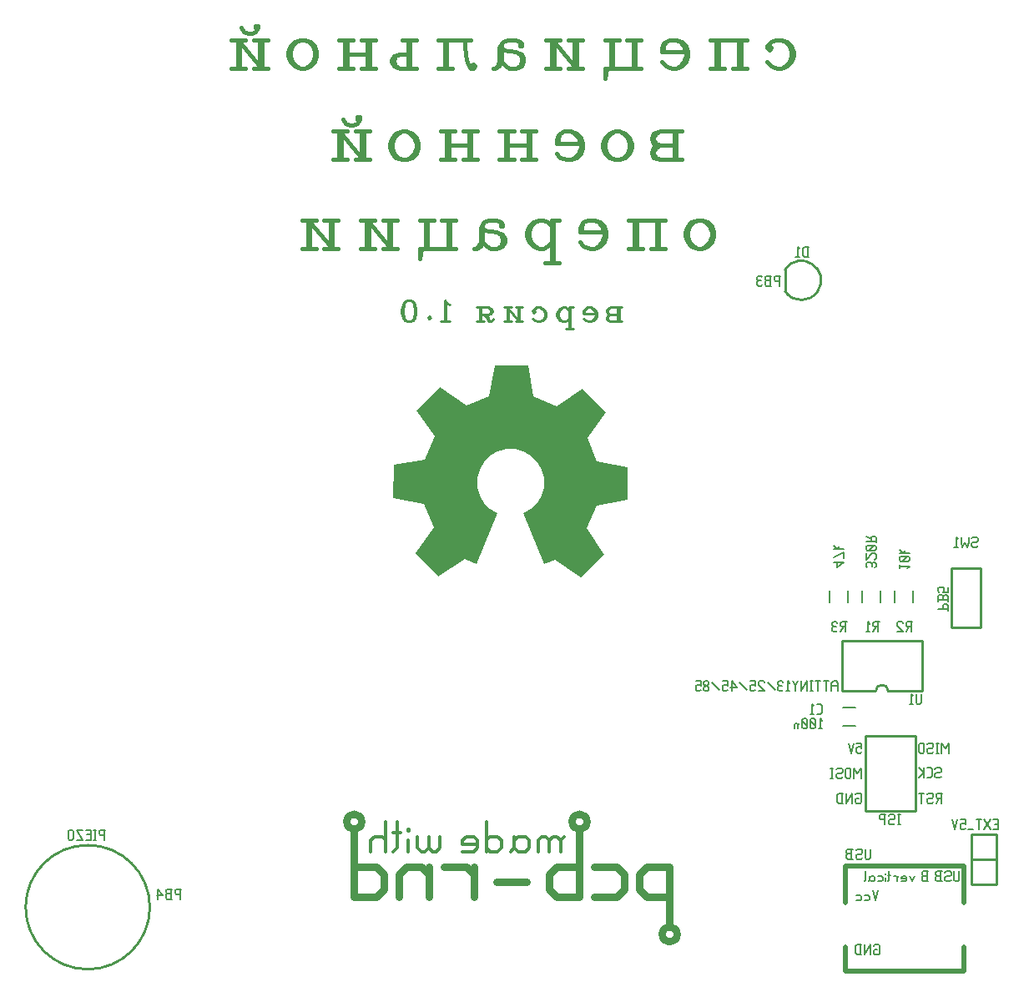
<source format=gbo>
G04 start of page 2 for group 12 layer_idx 7 *
G04 Title: (unknown), bottom_silk *
G04 Creator: pcb-rnd 3.1.4-dev *
G04 CreationDate: 2024-02-06 06:50:57 UTC *
G04 For: STEM4ukraine *
G04 Format: Gerber/RS-274X *
G04 PCB-Dimensions: 393701 393701 *
G04 PCB-Coordinate-Origin: lower left *
%MOIN*%
%FSLAX25Y25*%
%LNBOTTOM_SILK_NONE_12*%
%ADD71C,0.0150*%
%ADD70C,0.0120*%
%ADD69C,0.0070*%
%ADD68C,0.0088*%
%ADD67C,0.0175*%
%ADD66C,0.0080*%
%ADD65C,0.0100*%
%ADD64C,0.0200*%
%ADD63C,0.0300*%
%ADD62C,0.0001*%
G54D62*G36*
X201972Y184486D02*X204998Y186232D01*
X207468Y188703D01*
X209215Y191729D01*
X210119Y195103D01*
Y198597D01*
X209215Y201972D01*
X207468Y204998D01*
X204998Y207468D01*
X201972Y209215D01*
X198597Y210119D01*
X195103D01*
X191729Y209215D01*
X188703Y207468D01*
X186232Y204998D01*
X184486Y201972D01*
X183581Y198597D01*
Y195103D01*
X184486Y191729D01*
X186232Y188703D01*
X188703Y186232D01*
X191729Y184486D01*
X183380Y164331D01*
X178562Y166413D01*
X168073Y159347D01*
X158850Y168732D01*
X166099Y179096D01*
X162396Y188260D01*
X149983Y190680D01*
X150098Y203838D01*
X162551Y206041D01*
X166413Y215139D01*
X159347Y225628D01*
X168732Y234850D01*
X179096Y227602D01*
X188260Y231305D01*
X190680Y243718D01*
X203838Y243603D01*
X206041Y231150D01*
X215139Y227288D01*
X225628Y234354D01*
X234850Y224969D01*
X227602Y214605D01*
X231305Y205441D01*
X243718Y203021D01*
X243603Y189863D01*
X231150Y187660D01*
X227288Y178562D01*
X234354Y168073D01*
X224969Y158850D01*
X214605Y166099D01*
X210320Y164331D01*
X201972Y184486D01*
G37*
G54D63*X146409Y34307D02*X143409Y31307D01*
X146409Y40307D02*X143409Y43307D01*
X134409D02*X143409D01*
X134409Y31307D02*Y58307D01*
X143409Y31307D02*X134409D01*
X146409Y40307D02*Y34307D01*
G54D64*X330551Y43504D02*X377953D01*
X330551D02*Y29016D01*
Y11142D02*Y1772D01*
G54D65*X390827Y56181D02*Y36181D01*
Y56181D02*X380827D01*
Y36181D02*X390827D01*
X380827D02*Y56181D01*
X390827Y46181D02*X380827D01*
Y56181D02*Y46181D01*
G54D63*X152409Y40307D02*X155409Y43307D01*
X152409Y40307D02*Y31307D01*
X179409Y43307D02*X170409D01*
X182409Y40307D02*X179409Y43307D01*
X182409D02*Y31307D01*
X212409Y34307D02*X215409Y31307D01*
Y43307D02*X212409Y40307D01*
Y34307D02*Y40307D01*
X203409Y37307D02*X191409D01*
X251409Y31307D02*X248409Y34307D01*
X251409Y43307D02*X248409Y40307D01*
X242409Y34307D02*X239409Y31307D01*
X242409Y40307D02*X239409Y43307D01*
X242409Y40307D02*Y34307D01*
X248409Y40307D02*Y34307D01*
X260409Y43307D02*Y19307D01*
X215409Y43307D02*X224409D01*
X239409D02*X230409D01*
X260409D02*X251409D01*
X224409Y31307D02*X215409D01*
X239409D02*X230409D01*
X251409D02*X260409D01*
X224409Y58307D02*Y31307D01*
X161409Y43307D02*X155409D01*
X164409Y40307D02*X161409Y43307D01*
X164409D02*Y31307D01*
G54D65*X358504Y95709D02*Y65709D01*
Y95709D02*X338504D01*
Y65709D02*X358504D01*
X338504D02*Y95709D01*
G54D64*X377953Y43504D02*Y29016D01*
Y1772D02*X330551D01*
X377953Y11142D02*Y1772D01*
G54D65*X329177Y113484D02*Y133484D01*
G54D66*X334449Y107086D02*X329725D01*
X334449Y99606D02*X329725D01*
G54D65*X306480Y281900D02*Y273218D01*
G54D66*X344685Y148819D02*Y153543D01*
X337205Y148819D02*Y153543D01*
X324213D02*Y148819D01*
X331693Y153543D02*Y148819D01*
G54D65*X361177Y133484D02*X329177D01*
G54D66*X357677Y148819D02*Y153543D01*
X350197Y148819D02*Y153543D01*
G54D65*X384646Y138976D02*Y162598D01*
X372835Y138976D02*Y162598D01*
X384646D02*X372835D01*
X384646Y138976D02*X372835D01*
X361177Y133484D02*Y113484D01*
X329177D02*X342677D01*
X347677D02*X361177D01*
X52756Y27165D02*G75*G02X3150Y27165I-24803J0D01*G01*
G75*G02X52756Y27165I24803J0D01*G01*
X342677Y113484D02*G75*G02X347677Y113484I2500J0D01*G01*
X306480Y281900D02*G75*G02X319504Y273218I6512J-4341D01*G01*
X319504Y273218D02*G75*G02X306480Y273218I-6512J4341D01*G01*
G54D63*X137409Y61307D02*G75*G02X131409Y61307I-3000J0D01*G01*
G75*G02X137409Y61307I3000J0D01*G01*
X227409D02*G75*G02X221409Y61307I-3000J0D01*G01*
G75*G02X227409Y61307I3000J0D01*G01*
X263409Y16307D02*G75*G02X257409Y16307I-3000J0D01*G01*
G75*G02X263409Y16307I3000J0D01*G01*
G54D67*X300118Y371327D02*X300928Y370517D01*
X300118Y369707D01*
X299308Y370517D01*
Y371327D01*
X300928Y372947D01*
X302548Y373757D01*
X304978D01*
X307408Y372947D01*
X309028Y371327D01*
X309843Y368897D01*
Y367277D01*
X309028Y364847D01*
X307408Y363222D01*
X304978Y362412D01*
X303358D01*
X300928Y363222D01*
X299308Y364847D01*
X304978Y373757D02*X306598Y372947D01*
X308218Y371327D01*
X309028Y368897D01*
Y367277D01*
X308218Y364847D01*
X306598Y363222D01*
X304978Y362412D01*
X288768Y373757D02*Y362412D01*
X287958Y373757D02*Y362412D01*
X279858Y373757D02*Y362412D01*
X279048Y373757D02*Y362412D01*
X291202Y373757D02*X276612D01*
X291202Y362412D02*X285528D01*
X282288D02*X276612D01*
X266882Y368897D02*X257162D01*
Y370517D01*
X257972Y372137D01*
X258782Y372947D01*
X260402Y373757D01*
X262832D01*
X265262Y372947D01*
X266882Y371327D01*
X267697Y368897D01*
Y367277D01*
X266882Y364847D01*
X265262Y363222D01*
X262832Y362412D01*
X261212D01*
X258782Y363222D01*
X257162Y364847D01*
X257972Y368897D02*Y371327D01*
X258782Y372947D01*
X262832Y373757D02*X264452Y372947D01*
X266072Y371327D01*
X266882Y368897D01*
Y367277D01*
X266072Y364847D01*
X264452Y363222D01*
X262832Y362412D01*
X246622Y373757D02*Y362412D01*
X245812Y373757D02*Y362412D01*
X237712Y373757D02*Y362412D01*
X236902Y373757D02*Y362412D01*
X249057Y373757D02*X243382D01*
X240142D02*X234467D01*
X249057Y362412D02*X234467D01*
Y358357D01*
X235277Y362412D01*
X223117Y373757D02*Y362412D01*
X222307Y373757D02*Y362412D01*
X214207Y373757D02*Y362412D01*
X213397Y373757D02*Y362412D01*
X225552Y373757D02*X219877D01*
X216637D02*X210962D01*
X225552Y362412D02*X219877D01*
X216637D02*X210962D01*
X214207Y372947D02*X222307Y363222D01*
X200427Y372137D02*Y371327D01*
X201237D01*
Y372137D01*
X200427Y372947D01*
X198807Y373757D01*
X195567D01*
X193947Y372947D01*
X193137Y372137D01*
X192327Y370517D01*
Y364847D01*
X191512Y363222D01*
X190702Y362412D01*
X193137Y372137D02*Y364847D01*
X192327Y363222D01*
X190702Y362412D01*
X189892D01*
X193137Y370517D02*X193947Y369707D01*
X198807Y368897D01*
X201237Y368087D01*
X202047Y366467D01*
Y364847D01*
X201237Y363222D01*
X198807Y362412D01*
X196377D01*
X194757Y363222D01*
X193137Y364847D01*
X198807Y368897D02*X200427Y368087D01*
X201237Y366467D01*
Y364847D01*
X200427Y363222D01*
X198807Y362412D01*
X178542Y373757D02*Y370517D01*
X179352Y365657D01*
X180162Y363222D01*
X180977Y362412D01*
X181787D01*
X182597Y363222D01*
X181787Y364032D01*
X180977Y363222D01*
X171252Y373757D02*Y362412D01*
X170442Y373757D02*Y362412D01*
X180977Y373757D02*X168007D01*
X173682Y362412D02*X168007D01*
X156662Y373757D02*Y362412D01*
X155852Y373757D02*Y362412D01*
X159092Y373757D02*X153422D01*
X155852Y368087D02*X152612D01*
X150182Y367277D01*
X149372Y365657D01*
Y364847D01*
X150182Y363222D01*
X152612Y362412D01*
X159092D01*
X152612Y368087D02*X150992Y367277D01*
X150182Y365657D01*
Y364847D01*
X150992Y363222D01*
X152612Y362412D01*
X140452Y373757D02*Y362412D01*
X139642Y373757D02*Y362412D01*
X131542Y373757D02*Y362412D01*
X130732Y373757D02*Y362412D01*
X142887Y373757D02*X137212D01*
X133972D02*X128297D01*
X139642Y368087D02*X131542D01*
X142887Y362412D02*X137212D01*
X133972D02*X128297D01*
X114517Y373757D02*X116947Y372947D01*
X118567Y371327D01*
X119382Y368897D01*
Y367277D01*
X118567Y364847D01*
X116947Y363222D01*
X114517Y362412D01*
X112897D01*
X110467Y363222D01*
X108847Y364847D01*
X108032Y367277D01*
Y368897D01*
X108847Y371327D01*
X110467Y372947D01*
X112897Y373757D01*
X114517D01*
X116137Y372947D01*
X117757Y371327D01*
X118567Y368897D01*
Y367277D01*
X117757Y364847D01*
X116137Y363222D01*
X114517Y362412D01*
X112897D02*X111277Y363222D01*
X109657Y364847D01*
X108847Y367277D01*
Y368897D01*
X109657Y371327D01*
X111277Y372947D01*
X112897Y373757D01*
X97492D02*Y362412D01*
X96682Y373757D02*Y362412D01*
X88582Y373757D02*Y362412D01*
X87772Y373757D02*Y362412D01*
X99927Y373757D02*X94252D01*
X91012D02*X85337D01*
X99927Y362412D02*X94252D01*
X91012D02*X85337D01*
X88582Y372947D02*X96682Y363222D01*
X95062Y378622D02*Y379432D01*
X95872D01*
Y378622D01*
X95062Y377002D01*
X93442Y376192D01*
X91822D01*
X90202Y377002D01*
X89392Y378622D01*
X262919Y337143D02*Y325798D01*
X262109Y337143D02*Y325798D01*
X265354Y337143D02*X256439D01*
X254009Y336333D01*
X253194Y334713D01*
Y333903D01*
X254009Y332283D01*
X256439Y331473D01*
Y337143D02*X254819Y336333D01*
X254009Y334713D01*
Y333903D01*
X254819Y332283D01*
X256439Y331473D01*
X262109D02*X256439D01*
X254009Y330663D01*
X253194Y329043D01*
Y328233D01*
X254009Y326608D01*
X256439Y325798D01*
X265354D01*
X256439Y331473D02*X254819Y330663D01*
X254009Y329043D01*
Y328233D01*
X254819Y326608D01*
X256439Y325798D01*
X240224Y337143D02*X242654Y336333D01*
X244274Y334713D01*
X245089Y332283D01*
Y330663D01*
X244274Y328233D01*
X242654Y326608D01*
X240224Y325798D01*
X238604D01*
X236174Y326608D01*
X234554Y328233D01*
X233739Y330663D01*
Y332283D01*
X234554Y334713D01*
X236174Y336333D01*
X238604Y337143D01*
X240224D01*
X241844Y336333D01*
X243464Y334713D01*
X244274Y332283D01*
Y330663D01*
X243464Y328233D01*
X241844Y326608D01*
X240224Y325798D01*
X238604D02*X236984Y326608D01*
X235364Y328233D01*
X234554Y330663D01*
Y332283D01*
X235364Y334713D01*
X236984Y336333D01*
X238604Y337143D01*
X224819Y332283D02*X215099D01*
Y333903D01*
X215909Y335523D01*
X216719Y336333D01*
X218339Y337143D01*
X220769D01*
X223199Y336333D01*
X224819Y334713D01*
X225634Y332283D01*
Y330663D01*
X224819Y328233D01*
X223199Y326608D01*
X220769Y325798D01*
X219149D01*
X216719Y326608D01*
X215099Y328233D01*
X215909Y332283D02*Y334713D01*
X216719Y336333D01*
X220769Y337143D02*X222389Y336333D01*
X224009Y334713D01*
X224819Y332283D01*
Y330663D01*
X224009Y328233D01*
X222389Y326608D01*
X220769Y325798D01*
X204559Y337143D02*Y325798D01*
X203749Y337143D02*Y325798D01*
X195649Y337143D02*Y325798D01*
X194839Y337143D02*Y325798D01*
X206994Y337143D02*X201319D01*
X198079D02*X192404D01*
X203749Y331473D02*X195649D01*
X206994Y325798D02*X201319D01*
X198079D02*X192404D01*
X181054Y337143D02*Y325798D01*
X180244Y337143D02*Y325798D01*
X172144Y337143D02*Y325798D01*
X171334Y337143D02*Y325798D01*
X183489Y337143D02*X177814D01*
X174574D02*X168899D01*
X180244Y331473D02*X172144D01*
X183489Y325798D02*X177814D01*
X174574D02*X168899D01*
X155119Y337143D02*X157549Y336333D01*
X159169Y334713D01*
X159984Y332283D01*
Y330663D01*
X159169Y328233D01*
X157549Y326608D01*
X155119Y325798D01*
X153499D01*
X151069Y326608D01*
X149449Y328233D01*
X148634Y330663D01*
Y332283D01*
X149449Y334713D01*
X151069Y336333D01*
X153499Y337143D01*
X155119D01*
X156739Y336333D01*
X158359Y334713D01*
X159169Y332283D01*
Y330663D01*
X158359Y328233D01*
X156739Y326608D01*
X155119Y325798D01*
X153499D02*X151879Y326608D01*
X150259Y328233D01*
X149449Y330663D01*
Y332283D01*
X150259Y334713D01*
X151879Y336333D01*
X153499Y337143D01*
X138094D02*Y325798D01*
X137284Y337143D02*Y325798D01*
X129184Y337143D02*Y325798D01*
X128374Y337143D02*Y325798D01*
X140529Y337143D02*X134854D01*
X131614D02*X125939D01*
X140529Y325798D02*X134854D01*
X131614D02*X125939D01*
X129184Y336333D02*X137284Y326608D01*
X135664Y342008D02*Y342818D01*
X136474D01*
Y342008D01*
X135664Y340388D01*
X134044Y339578D01*
X132424D01*
X130804Y340388D01*
X129994Y342008D01*
X273088Y301710D02*X275518Y300900D01*
X277138Y299280D01*
X277953Y296850D01*
Y295230D01*
X277138Y292800D01*
X275518Y291175D01*
X273088Y290365D01*
X271468D01*
X269038Y291175D01*
X267418Y292800D01*
X266603Y295230D01*
Y296850D01*
X267418Y299280D01*
X269038Y300900D01*
X271468Y301710D01*
X273088D01*
X274708Y300900D01*
X276328Y299280D01*
X277138Y296850D01*
Y295230D01*
X276328Y292800D01*
X274708Y291175D01*
X273088Y290365D01*
X271468D02*X269848Y291175D01*
X268228Y292800D01*
X267418Y295230D01*
Y296850D01*
X268228Y299280D01*
X269848Y300900D01*
X271468Y301710D01*
X256063D02*Y290365D01*
X255253Y301710D02*Y290365D01*
X247153Y301710D02*Y290365D01*
X246343Y301710D02*Y290365D01*
X258498Y301710D02*X243908D01*
X258498Y290365D02*X252823D01*
X249583D02*X243908D01*
X234178Y296850D02*X224458D01*
Y298470D01*
X225268Y300090D01*
X226078Y300900D01*
X227698Y301710D01*
X230128D01*
X232558Y300900D01*
X234178Y299280D01*
X234993Y296850D01*
Y295230D01*
X234178Y292800D01*
X232558Y291175D01*
X230128Y290365D01*
X228508D01*
X226078Y291175D01*
X224458Y292800D01*
X225268Y296850D02*Y299280D01*
X226078Y300900D01*
X230128Y301710D02*X231748Y300900D01*
X233368Y299280D01*
X234178Y296850D01*
Y295230D01*
X233368Y292800D01*
X231748Y291175D01*
X230128Y290365D01*
X213918Y301710D02*Y284690D01*
X213108Y301710D02*Y284690D01*
Y299280D02*X211488Y300900D01*
X209868Y301710D01*
X208248D01*
X205818Y300900D01*
X204198Y299280D01*
X203383Y296850D01*
Y295230D01*
X204198Y292800D01*
X205818Y291175D01*
X208248Y290365D01*
X209868D01*
X211488Y291175D01*
X213108Y292800D01*
X208248Y301710D02*X206628Y300900D01*
X205008Y299280D01*
X204198Y296850D01*
Y295230D01*
X205008Y292800D01*
X206628Y291175D01*
X208248Y290365D01*
X216353Y301710D02*X213108D01*
X216353Y284690D02*X210678D01*
X192848Y300090D02*Y299280D01*
X193658D01*
Y300090D01*
X192848Y300900D01*
X191228Y301710D01*
X187988D01*
X186368Y300900D01*
X185558Y300090D01*
X184748Y298470D01*
Y292800D01*
X183933Y291175D01*
X183123Y290365D01*
X185558Y300090D02*Y292800D01*
X184748Y291175D01*
X183123Y290365D01*
X182313D01*
X185558Y298470D02*X186368Y297660D01*
X191228Y296850D01*
X193658Y296040D01*
X194468Y294420D01*
Y292800D01*
X193658Y291175D01*
X191228Y290365D01*
X188798D01*
X187178Y291175D01*
X185558Y292800D01*
X191228Y296850D02*X192848Y296040D01*
X193658Y294420D01*
Y292800D01*
X192848Y291175D01*
X191228Y290365D01*
X172583Y301710D02*Y290365D01*
X171773Y301710D02*Y290365D01*
X163673Y301710D02*Y290365D01*
X162863Y301710D02*Y290365D01*
X175018Y301710D02*X169343D01*
X166103D02*X160428D01*
X175018Y290365D02*X160428D01*
Y286310D01*
X161238Y290365D01*
X149078Y301710D02*Y290365D01*
X148268Y301710D02*Y290365D01*
X140168Y301710D02*Y290365D01*
X139358Y301710D02*Y290365D01*
X151513Y301710D02*X145838D01*
X142598D02*X136923D01*
X151513Y290365D02*X145838D01*
X142598D02*X136923D01*
X140168Y300900D02*X148268Y291175D01*
X125573Y301710D02*Y290365D01*
X124763Y301710D02*Y290365D01*
X116663Y301710D02*Y290365D01*
X115853Y301710D02*Y290365D01*
X128008Y301710D02*X122333D01*
X119093D02*X113418D01*
X128008Y290365D02*X122333D01*
X119093D02*X113418D01*
X116663Y300900D02*X124763Y291175D01*
G54D68*X240121Y266800D02*Y261127D01*
X239716Y266800D02*Y261127D01*
X241339Y266800D02*X236881D01*
X235666Y266395D01*
X235259Y265585D01*
Y265180D01*
X235666Y264370D01*
X236881Y263965D01*
Y266800D02*X236071Y266395D01*
X235666Y265585D01*
Y265180D01*
X236071Y264370D01*
X236881Y263965D01*
X239716D02*X236881D01*
X235666Y263560D01*
X235259Y262750D01*
Y262345D01*
X235666Y261532D01*
X236881Y261127D01*
X241339D01*
X236881Y263965D02*X236071Y263560D01*
X235666Y262750D01*
Y262345D01*
X236071Y261532D01*
X236881Y261127D01*
X230799Y264370D02*X225939D01*
Y265180D01*
X226344Y265990D01*
X226749Y266395D01*
X227559Y266800D01*
X228774D01*
X229989Y266395D01*
X230799Y265585D01*
X231206Y264370D01*
Y263560D01*
X230799Y262345D01*
X229989Y261532D01*
X228774Y261127D01*
X227964D01*
X226749Y261532D01*
X225939Y262345D01*
X226344Y264370D02*Y265585D01*
X226749Y266395D01*
X228774Y266800D02*X229584Y266395D01*
X230394Y265585D01*
X230799Y264370D01*
Y263560D01*
X230394Y262345D01*
X229584Y261532D01*
X228774Y261127D01*
X220669Y266800D02*Y258290D01*
X220264Y266800D02*Y258290D01*
Y265585D02*X219454Y266395D01*
X218644Y266800D01*
X217834D01*
X216619Y266395D01*
X215809Y265585D01*
X215401Y264370D01*
Y263560D01*
X215809Y262345D01*
X216619Y261532D01*
X217834Y261127D01*
X218644D01*
X219454Y261532D01*
X220264Y262345D01*
X217834Y266800D02*X217024Y266395D01*
X216214Y265585D01*
X215809Y264370D01*
Y263560D01*
X216214Y262345D01*
X217024Y261532D01*
X217834Y261127D01*
X221886Y266800D02*X220264D01*
X221886Y258290D02*X219049D01*
X206081Y265585D02*X206486Y265180D01*
X206081Y264775D01*
X205676Y265180D01*
Y265585D01*
X206486Y266395D01*
X207296Y266800D01*
X208511D01*
X209726Y266395D01*
X210536Y265585D01*
X210944Y264370D01*
Y263560D01*
X210536Y262345D01*
X209726Y261532D01*
X208511Y261127D01*
X207701D01*
X206486Y261532D01*
X205676Y262345D01*
X208511Y266800D02*X209321Y266395D01*
X210131Y265585D01*
X210536Y264370D01*
Y263560D01*
X210131Y262345D01*
X209321Y261532D01*
X208511Y261127D01*
X200406Y266800D02*Y261127D01*
X200001Y266800D02*Y261127D01*
X195951Y266800D02*Y261127D01*
X195546Y266800D02*Y261127D01*
X201624Y266800D02*X198786D01*
X197166D02*X194329D01*
X201624Y261127D02*X198786D01*
X197166D02*X194329D01*
X195951Y266395D02*X200001Y261532D01*
X185009Y266800D02*Y261127D01*
X184604Y266800D02*Y261127D01*
X183386Y266800D02*X187844D01*
X189059Y266395D01*
X189466Y265585D01*
Y265180D01*
X189059Y264370D01*
X187844Y263965D01*
X185009D01*
X187844Y266800D02*X188654Y266395D01*
X189059Y265585D01*
Y265180D01*
X188654Y264370D01*
X187844Y263965D01*
X185819D02*X187034Y263560D01*
X187439Y263155D01*
X188249Y261532D01*
X188654Y261127D01*
X185819Y263965D02*X186629Y263560D01*
X187034Y263155D01*
X187844Y261532D01*
X188249Y261127D01*
X189059D01*
X189466Y261532D01*
X189871Y262345D01*
X186224Y261127D02*X183386D01*
X172444Y268017D02*X171634Y268422D01*
X170419Y269637D01*
Y261127D01*
X170824Y269232D02*Y261127D01*
X172444D02*X168799D01*
X164341Y263155D02*X164746Y262750D01*
X164341Y262345D01*
X163936Y262750D01*
X164341Y263155D01*
X156641Y269637D02*X157856Y269232D01*
X158666Y268017D01*
X159074Y265990D01*
Y264775D01*
X158666Y262750D01*
X157856Y261532D01*
X156641Y261127D01*
X155831D01*
X154616Y261532D01*
X153806Y262750D01*
X153399Y264775D01*
Y265990D01*
X153806Y268017D01*
X154616Y269232D01*
X155831Y269637D01*
X156641D01*
X157451Y269232D01*
X157856Y268827D01*
X158261Y268017D01*
X158666Y265990D01*
Y264775D01*
X158261Y262750D01*
X157856Y261937D01*
X157451Y261532D01*
X156641Y261127D01*
X155831D02*X155021Y261532D01*
X154616Y261937D01*
X154211Y262750D01*
X153806Y264775D01*
Y265990D01*
X154211Y268017D01*
X154616Y268827D01*
X155021Y269232D01*
X155831Y269637D01*
G54D69*X304224Y279315D02*Y275315D01*
X304724Y279315D02*X302724D01*
X302224Y278815D01*
Y277815D01*
X302724Y277315D02*X302224Y277815D01*
X304224Y277315D02*X302724D01*
X301024Y275315D02*X299024D01*
X298524Y275815D01*
Y277015D02*Y275815D01*
X299024Y277515D02*X298524Y277015D01*
X300524Y277515D02*X299024D01*
X300524Y279315D02*Y275315D01*
X301024Y279315D02*X299024D01*
X298524Y278815D01*
Y278015D01*
X299024Y277515D02*X298524Y278015D01*
X297324Y278815D02*X296824Y279315D01*
X295824D01*
X295324Y278815D01*
X295824Y275315D02*X295324Y275815D01*
X296824Y275315D02*X295824D01*
X297324Y275815D02*X296824Y275315D01*
Y277515D02*X295824D01*
X295324Y278815D02*Y278015D01*
Y277015D02*Y275815D01*
Y277015D02*X295824Y277515D01*
X295324Y278015D02*X295824Y277515D01*
X315437Y291055D02*Y287055D01*
X314137Y291055D02*X313437Y290355D01*
Y287755D01*
X314137Y287055D02*X313437Y287755D01*
X315937Y287055D02*X314137D01*
X315937Y291055D02*X314137D01*
X312237Y290255D02*X311437Y291055D01*
Y287055D01*
X312237D02*X310737D01*
X342398Y162795D02*X342898Y163295D01*
Y164295D01*
X342398Y164795D01*
X338898Y164295D02*X339398Y164795D01*
X338898Y163295D02*Y164295D01*
X339398Y162795D02*X338898Y163295D01*
X341098D02*Y164295D01*
X342398Y164795D02*X341598D01*
X340598D02*X339398D01*
X340598D02*X341098Y164295D01*
X341598Y164795D02*X341098Y164295D01*
X342398Y165995D02*X342898Y166495D01*
Y167995D01*
X342398Y168495D01*
X341398D01*
X338898Y165995D02*X341398Y168495D01*
X338898Y165995D02*Y168495D01*
X339398Y169695D02*X338898Y170195D01*
X342398Y169695D02*X339398D01*
X342398D02*X342898Y170195D01*
Y171195D01*
X342398Y171695D01*
X339398D01*
X338898Y171195D02*X339398Y171695D01*
X338898Y170195D02*Y171195D01*
X339898Y169695D02*X341898Y171695D01*
X342898Y172895D02*Y174895D01*
X342398Y175395D01*
X341398D01*
X340898Y174895D02*X341398Y175395D01*
X340898Y173395D02*Y174895D01*
X342898Y173395D02*X338898D01*
X340898Y174195D02*X338898Y175395D01*
X355287Y162598D02*X356087Y163398D01*
X352087D01*
Y162598D02*Y164098D01*
X352587Y165298D02*X352087Y165798D01*
X355587Y165298D02*X352587D01*
X355587D02*X356087Y165798D01*
Y166798D01*
X355587Y167298D01*
X352587D01*
X352087Y166798D02*X352587Y167298D01*
X352087Y165798D02*Y166798D01*
X353087Y165298D02*X355087Y167298D01*
X356087Y168498D02*X352087D01*
X353587D02*X352087Y169998D01*
X353587Y168498D02*X354587Y169498D01*
X327406Y162795D02*X329906Y164795D01*
X327406Y162795D02*Y165295D01*
X329906Y164795D02*X325906D01*
Y166995D02*X329906Y168995D01*
Y166495D02*Y168995D01*
Y170195D02*X325906D01*
X327406D02*X325906Y171695D01*
X327406Y170195D02*X328406Y171195D01*
X381465Y174984D02*X380965Y174484D01*
X382965Y174984D02*X381465D01*
X383465Y174484D02*X382965Y174984D01*
X383465Y174484D02*Y173484D01*
X382965Y172984D01*
X381465D01*
X380965Y172484D01*
Y171484D01*
X381465Y170984D02*X380965Y171484D01*
X382965Y170984D02*X381465D01*
X383465Y171484D02*X382965Y170984D01*
X379765Y174984D02*Y172984D01*
X379265Y170984D01*
X378265Y172984D01*
X377265Y170984D01*
X376765Y172984D01*
Y174984D01*
X375565Y174184D02*X374765Y174984D01*
Y170984D01*
X375565D02*X374065D01*
X344095Y141126D02*X342095D01*
X341595Y140626D01*
Y139626D01*
X342095Y139126D02*X341595Y139626D01*
X343595Y139126D02*X342095D01*
X343595Y141126D02*Y137126D01*
X342795Y139126D02*X341595Y137126D01*
X340395Y140326D02*X339595Y141126D01*
Y137126D01*
X340395D02*X338895D01*
X357284Y141126D02*X355284D01*
X354784Y140626D01*
Y139626D01*
X355284Y139126D02*X354784Y139626D01*
X356784Y139126D02*X355284D01*
X356784Y141126D02*Y137126D01*
X355984Y139126D02*X354784Y137126D01*
X353584Y140626D02*X353084Y141126D01*
X351584D01*
X351084Y140626D01*
Y139626D01*
X353584Y137126D02*X351084Y139626D01*
X353584Y137126D02*X351084D01*
X331103Y141126D02*X329103D01*
X328603Y140626D01*
Y139626D01*
X329103Y139126D02*X328603Y139626D01*
X330603Y139126D02*X329103D01*
X330603Y141126D02*Y137126D01*
X329803Y139126D02*X328603Y137126D01*
X327403Y140626D02*X326903Y141126D01*
X325903D01*
X325403Y140626D01*
X325903Y137126D02*X325403Y137626D01*
X326903Y137126D02*X325903D01*
X327403Y137626D02*X326903Y137126D01*
Y139326D02*X325903D01*
X325403Y140626D02*Y139826D01*
Y138826D02*Y137626D01*
Y138826D02*X325903Y139326D01*
X325403Y139826D02*X325903Y139326D01*
X321260Y101743D02*X320460Y102543D01*
Y98543D01*
X321260D02*X319760D01*
X318560Y99043D02*X318060Y98543D01*
X318560Y102043D02*Y99043D01*
Y102043D02*X318060Y102543D01*
X317060D01*
X316560Y102043D01*
Y99043D01*
X317060Y98543D02*X316560Y99043D01*
X318060Y98543D02*X317060D01*
X318560Y99543D02*X316560Y101543D01*
X315360Y99043D02*X314860Y98543D01*
X315360Y102043D02*Y99043D01*
Y102043D02*X314860Y102543D01*
X313860D01*
X313360Y102043D01*
Y99043D01*
X313860Y98543D02*X313360Y99043D01*
X314860Y98543D02*X313860D01*
X315360Y99543D02*X313360Y101543D01*
X311660Y100043D02*Y98543D01*
Y100043D02*X311160Y100543D01*
X310660D01*
X310160Y100043D01*
Y98543D01*
X312160Y100543D02*X311660Y100043D01*
X327559Y116504D02*Y113504D01*
Y116504D02*X326859Y117504D01*
X325759D01*
X325059Y116504D01*
Y113504D01*
X327559Y115504D02*X325059D01*
X323859Y117504D02*X321859D01*
X322859D02*Y113504D01*
X320659Y117504D02*X318659D01*
X319659D02*Y113504D01*
X317459Y117504D02*X316459D01*
X316959D02*Y113504D01*
X317459D02*X316459D01*
X315259Y117504D02*Y113504D01*
Y117504D02*X312759Y113504D01*
Y117504D02*Y113504D01*
X311559Y117504D02*X310559Y115504D01*
X309559Y117504D01*
X310559Y115504D02*Y113504D01*
X308359Y116704D02*X307559Y117504D01*
Y113504D01*
X308359D02*X306859D01*
X305659Y117004D02*X305159Y117504D01*
X304159D01*
X303659Y117004D01*
X304159Y113504D02*X303659Y114004D01*
X305159Y113504D02*X304159D01*
X305659Y114004D02*X305159Y113504D01*
Y115704D02*X304159D01*
X303659Y117004D02*Y116204D01*
Y115204D02*Y114004D01*
Y115204D02*X304159Y115704D01*
X303659Y116204D02*X304159Y115704D01*
X302459Y114004D02*X299459Y117004D01*
X298259D02*X297759Y117504D01*
X296259D01*
X295759Y117004D01*
Y116004D01*
X298259Y113504D02*X295759Y116004D01*
X298259Y113504D02*X295759D01*
X294559Y117504D02*X292559D01*
X294559D02*Y115504D01*
X294059Y116004D01*
X293059D01*
X292559Y115504D01*
Y114004D01*
X293059Y113504D02*X292559Y114004D01*
X294059Y113504D02*X293059D01*
X294559Y114004D02*X294059Y113504D01*
X291359Y114004D02*X288359Y117004D01*
X287159Y115004D02*X285159Y117504D01*
X287159Y115004D02*X284659D01*
X285159Y117504D02*Y113504D01*
X283459Y117504D02*X281459D01*
X283459D02*Y115504D01*
X282959Y116004D01*
X281959D01*
X281459Y115504D01*
Y114004D01*
X281959Y113504D02*X281459Y114004D01*
X282959Y113504D02*X281959D01*
X283459Y114004D02*X282959Y113504D01*
X280259Y114004D02*X277259Y117004D01*
X276059Y114004D02*X275559Y113504D01*
X276059Y114804D02*Y114004D01*
Y114804D02*X275359Y115504D01*
X274759D01*
X274059Y114804D01*
Y114004D01*
X274559Y113504D02*X274059Y114004D01*
X275559Y113504D02*X274559D01*
X276059Y116204D02*X275359Y115504D01*
X276059Y117004D02*Y116204D01*
Y117004D02*X275559Y117504D01*
X274559D01*
X274059Y117004D01*
Y116204D01*
X274759Y115504D02*X274059Y116204D01*
X272859Y117504D02*X270859D01*
X272859D02*Y115504D01*
X272359Y116004D01*
X271359D01*
X270859Y115504D01*
Y114004D01*
X271359Y113504D02*X270859Y114004D01*
X272359Y113504D02*X271359D01*
X272859Y114004D02*X272359Y113504D01*
X320571Y104307D02*X319271D01*
X321271Y105007D02*X320571Y104307D01*
X321271Y107607D02*Y105007D01*
Y107607D02*X320571Y108307D01*
X319271D01*
X318071Y107507D02*X317271Y108307D01*
Y104307D01*
X318071D02*X316571D01*
X366898Y82858D02*X366398Y82358D01*
X368398Y82858D02*X366898D01*
X368898Y82358D02*X368398Y82858D01*
X368898Y82358D02*Y81358D01*
X368398Y80858D01*
X366898D01*
X366398Y80358D01*
Y79358D01*
X366898Y78858D02*X366398Y79358D01*
X368398Y78858D02*X366898D01*
X368898Y79358D02*X368398Y78858D01*
X364498D02*X363198D01*
X365198Y79558D02*X364498Y78858D01*
X365198Y82158D02*Y79558D01*
Y82158D02*X364498Y82858D01*
X363198D01*
X361998D02*Y78858D01*
Y80858D02*X359998Y82858D01*
X361998Y80858D02*X359998Y78858D01*
X372047Y92701D02*Y88701D01*
Y92701D02*X370547Y90701D01*
X369047Y92701D01*
Y88701D01*
X367847Y92701D02*X366847D01*
X367347D02*Y88701D01*
X367847D02*X366847D01*
X363647Y92701D02*X363147Y92201D01*
X365147Y92701D02*X363647D01*
X365647Y92201D02*X365147Y92701D01*
X365647Y92201D02*Y91201D01*
X365147Y90701D01*
X363647D01*
X363147Y90201D01*
Y89201D01*
X363647Y88701D02*X363147Y89201D01*
X365147Y88701D02*X363647D01*
X365647Y89201D02*X365147Y88701D01*
X361947Y92201D02*Y89201D01*
Y92201D02*X361447Y92701D01*
X360447D01*
X359947Y92201D01*
Y89201D01*
X360447Y88701D02*X359947Y89201D01*
X361447Y88701D02*X360447D01*
X361947Y89201D02*X361447Y88701D01*
X371441Y146169D02*X367441D01*
X371441Y145669D02*Y147669D01*
X370941Y148169D01*
X369941D01*
X369441Y147669D02*X369941Y148169D01*
X369441Y146169D02*Y147669D01*
X367441Y149369D02*Y151369D01*
X367941Y151869D01*
X369141D02*X367941D01*
X369641Y151369D02*X369141Y151869D01*
X369641Y149869D02*Y151369D01*
X371441Y149869D02*X367441D01*
X371441Y149369D02*Y151369D01*
X370941Y151869D01*
X370141D01*
X369641Y151369D02*X370141Y151869D01*
X371441Y153069D02*Y155069D01*
Y153069D02*X369441D01*
X369941Y153569D01*
Y154569D01*
X369441Y155069D01*
X367941D01*
X367441Y154569D02*X367941Y155069D01*
X367441Y153569D02*Y154569D01*
X367941Y153069D02*X367441Y153569D01*
X360827Y112346D02*Y108846D01*
X360327Y108346D01*
X359327D01*
X358827Y108846D01*
Y112346D02*Y108846D01*
X357627Y111546D02*X356827Y112346D01*
Y108346D01*
X357627D02*X356127D01*
X64854Y34433D02*Y30433D01*
X65354Y34433D02*X63354D01*
X62854Y33933D01*
Y32933D01*
X63354Y32433D02*X62854Y32933D01*
X64854Y32433D02*X63354D01*
X61654Y30433D02*X59654D01*
X59154Y30933D01*
Y32133D02*Y30933D01*
X59654Y32633D02*X59154Y32133D01*
X61154Y32633D02*X59654D01*
X61154Y34433D02*Y30433D01*
X61654Y34433D02*X59654D01*
X59154Y33933D01*
Y33133D01*
X59654Y32633D02*X59154Y33133D01*
X57954Y31933D02*X55954Y34433D01*
X57954Y31933D02*X55454D01*
X55954Y34433D02*Y30433D01*
X34539Y58055D02*Y54055D01*
X35039Y58055D02*X33039D01*
X32539Y57555D01*
Y56555D01*
X33039Y56055D02*X32539Y56555D01*
X34539Y56055D02*X33039D01*
X31339Y58055D02*X30339D01*
X30839D02*Y54055D01*
X31339D02*X30339D01*
X29139Y56255D02*X27639D01*
X29139Y54055D02*X27139D01*
X29139Y58055D02*Y54055D01*
Y58055D02*X27139D01*
X25939D02*X23439D01*
X25939Y54055D02*X23439Y58055D01*
X25939Y54055D02*X23439D01*
X22239Y57555D02*Y54555D01*
Y57555D02*X21739Y58055D01*
X20739D01*
X20239Y57555D01*
Y54555D01*
X20739Y54055D02*X20239Y54555D01*
X21739Y54055D02*X20739D01*
X22239Y54555D02*X21739Y54055D01*
X340472Y50378D02*Y46878D01*
X339972Y46378D01*
X338972D01*
X338472Y46878D01*
Y50378D02*Y46878D01*
X335272Y50378D02*X334772Y49878D01*
X336772Y50378D02*X335272D01*
X337272Y49878D02*X336772Y50378D01*
X337272Y49878D02*Y48878D01*
X336772Y48378D01*
X335272D01*
X334772Y47878D01*
Y46878D01*
X335272Y46378D02*X334772Y46878D01*
X336772Y46378D02*X335272D01*
X337272Y46878D02*X336772Y46378D01*
X333572D02*X331572D01*
X331072Y46878D01*
Y48078D02*Y46878D01*
X331572Y48578D02*X331072Y48078D01*
X333072Y48578D02*X331572D01*
X333072Y50378D02*Y46378D01*
X333572Y50378D02*X331572D01*
X331072Y49878D01*
Y49078D01*
X331572Y48578D02*X331072Y49078D01*
X369291Y72622D02*X367291D01*
X366791Y72122D01*
Y71122D01*
X367291Y70622D02*X366791Y71122D01*
X368791Y70622D02*X367291D01*
X368791Y72622D02*Y68622D01*
X367991Y70622D02*X366791Y68622D01*
X363591Y72622D02*X363091Y72122D01*
X365091Y72622D02*X363591D01*
X365591Y72122D02*X365091Y72622D01*
X365591Y72122D02*Y71122D01*
X365091Y70622D01*
X363591D01*
X363091Y70122D01*
Y69122D01*
X363591Y68622D02*X363091Y69122D01*
X365091Y68622D02*X363591D01*
X365591Y69122D02*X365091Y68622D01*
X361891Y72622D02*X359891D01*
X360891D02*Y68622D01*
X343425Y33843D02*X342425Y29843D01*
X341425Y33843D01*
X339725Y31843D02*X338225D01*
X340225Y31343D02*X339725Y31843D01*
X340225Y31343D02*Y30343D01*
X339725Y29843D01*
X338225D01*
X336525Y31843D02*X335025D01*
X337025Y31343D02*X336525Y31843D01*
X337025Y31343D02*Y30343D01*
X336525Y29843D01*
X335025D01*
X376063Y41520D02*Y38020D01*
X375563Y37520D01*
X374563D01*
X374063Y38020D01*
Y41520D02*Y38020D01*
X370863Y41520D02*X370363Y41020D01*
X372363Y41520D02*X370863D01*
X372863Y41020D02*X372363Y41520D01*
X372863Y41020D02*Y40020D01*
X372363Y39520D01*
X370863D01*
X370363Y39020D01*
Y38020D01*
X370863Y37520D02*X370363Y38020D01*
X372363Y37520D02*X370863D01*
X372863Y38020D02*X372363Y37520D01*
X369163D02*X367163D01*
X366663Y38020D01*
Y39220D02*Y38020D01*
X367163Y39720D02*X366663Y39220D01*
X368663Y39720D02*X367163D01*
X368663Y41520D02*Y37520D01*
X369163Y41520D02*X367163D01*
X366663Y41020D01*
Y40220D01*
X367163Y39720D02*X366663Y40220D01*
X363663Y37520D02*X361663D01*
X361163Y38020D01*
Y39220D02*Y38020D01*
X361663Y39720D02*X361163Y39220D01*
X363163Y39720D02*X361663D01*
X363163Y41520D02*Y37520D01*
X363663Y41520D02*X361663D01*
X361163Y41020D01*
Y40220D01*
X361663Y39720D02*X361163Y40220D01*
X358163Y39520D02*X357163Y37520D01*
X356163Y39520D02*X357163Y37520D01*
X354463D02*X352963D01*
X354963Y38020D02*X354463Y37520D01*
X354963Y39020D02*Y38020D01*
Y39020D02*X354463Y39520D01*
X353463D01*
X352963Y39020D01*
X354963Y38520D02*X352963D01*
Y39020D01*
X351263D02*Y37520D01*
Y39020D02*X350763Y39520D01*
X349763D01*
X351763D02*X351263Y39020D01*
X348063Y41520D02*Y38020D01*
X347563Y37520D01*
X348563Y40020D02*X347563D01*
X346563Y40520D02*Y40420D01*
Y39020D02*Y37520D01*
X345063Y39520D02*X343563D01*
X345563Y39020D02*X345063Y39520D01*
X345563Y39020D02*Y38020D01*
X345063Y37520D01*
X343563D01*
X340863Y39520D02*X340363Y39020D01*
X341863Y39520D02*X340863D01*
X342363Y39020D02*X341863Y39520D01*
X342363Y39020D02*Y38020D01*
X341863Y37520D01*
X340363Y39520D02*Y38020D01*
X339863Y37520D01*
X341863D02*X340863D01*
X340363Y38020D01*
X338663Y41520D02*Y38020D01*
X338163Y37520D01*
X352520Y64276D02*X351520D01*
X352020D02*Y60276D01*
X352520D02*X351520D01*
X348320Y64276D02*X347820Y63776D01*
X349820Y64276D02*X348320D01*
X350320Y63776D02*X349820Y64276D01*
X350320Y63776D02*Y62776D01*
X349820Y62276D01*
X348320D01*
X347820Y61776D01*
Y60776D01*
X348320Y60276D02*X347820Y60776D01*
X349820Y60276D02*X348320D01*
X350320Y60776D02*X349820Y60276D01*
X346120Y64276D02*Y60276D01*
X346620Y64276D02*X344620D01*
X344120Y63776D01*
Y62776D01*
X344620Y62276D02*X344120Y62776D01*
X346120Y62276D02*X344620D01*
G54D70*X216909Y53807D02*Y49307D01*
Y53807D02*X215409Y55307D01*
X213909D01*
X212409Y53807D01*
Y49307D01*
Y53807D02*X210909Y55307D01*
X209409D01*
X207909Y53807D01*
Y49307D01*
X218409Y55307D02*X216909Y53807D01*
X199809Y55307D02*X198309Y53807D01*
X202809Y55307D02*X199809D01*
X204309Y53807D02*X202809Y55307D01*
X204309Y53807D02*Y50807D01*
X202809Y49307D01*
X198309Y55307D02*Y50807D01*
X196809Y49307D01*
X202809D02*X199809D01*
X198309Y50807D01*
X187209Y61307D02*Y49307D01*
X188709D02*X187209Y50807D01*
X191709Y49307D02*X188709D01*
X193209Y50807D02*X191709Y49307D01*
X193209Y53807D02*Y50807D01*
Y53807D02*X191709Y55307D01*
X188709D01*
X187209Y53807D01*
X182109Y49307D02*X177609D01*
X183609Y50807D02*X182109Y49307D01*
X183609Y53807D02*Y50807D01*
Y53807D02*X182109Y55307D01*
X179109D01*
X177609Y53807D01*
X183609Y52307D02*X177609D01*
Y53807D01*
X168609Y55307D02*Y50807D01*
X167109Y49307D01*
X165609D01*
X164109Y50807D01*
Y55307D02*Y50807D01*
X162609Y49307D01*
X161109D01*
X159609Y50807D01*
Y55307D02*Y50807D01*
G54D71*X156009Y58307D02*Y58007D01*
G54D70*Y53807D02*Y49307D01*
X151509Y61307D02*Y50807D01*
X150009Y49307D01*
X153009Y56807D02*X150009D01*
X147009Y61307D02*Y49307D01*
Y53807D02*X145509Y55307D01*
X142509D01*
X141009Y53807D01*
Y49307D01*
G54D69*X391732Y60350D02*X390232D01*
X391732Y58150D02*X389732D01*
X391732Y62150D02*Y58150D01*
Y62150D02*X389732D01*
X388532Y58150D02*X386032Y62150D01*
X388532D02*X386032Y58150D01*
X384832Y62150D02*X382832D01*
X383832D02*Y58150D01*
X381632D02*X379632D01*
X378432Y62150D02*X376432D01*
X378432D02*Y60150D01*
X377932Y60650D01*
X376932D01*
X376432Y60150D01*
Y58650D01*
X376932Y58150D02*X376432Y58650D01*
X377932Y58150D02*X376932D01*
X378432Y58650D02*X377932Y58150D01*
X375232Y62150D02*X374232Y58150D01*
X373232Y62150D01*
X335008Y72622D02*X334508Y72122D01*
X336508Y72622D02*X335008D01*
X337008Y72122D02*X336508Y72622D01*
X337008Y72122D02*Y69122D01*
X336508Y68622D01*
X335008D01*
X334508Y69122D01*
Y70122D02*Y69122D01*
X335008Y70622D02*X334508Y70122D01*
X336008Y70622D02*X335008D01*
X333308Y72622D02*Y68622D01*
Y72622D02*X330808Y68622D01*
Y72622D02*Y68622D01*
X329108Y72622D02*Y68622D01*
X327808Y72622D02*X327108Y71922D01*
Y69322D01*
X327808Y68622D02*X327108Y69322D01*
X329608Y68622D02*X327808D01*
X329608Y72622D02*X327808D01*
X336831Y82642D02*Y78642D01*
Y82642D02*X335331Y80642D01*
X333831Y82642D01*
Y78642D01*
X332631Y82142D02*Y79142D01*
Y82142D02*X332131Y82642D01*
X331131D01*
X330631Y82142D01*
Y79142D01*
X331131Y78642D02*X330631Y79142D01*
X332131Y78642D02*X331131D01*
X332631Y79142D02*X332131Y78642D01*
X327431Y82642D02*X326931Y82142D01*
X328931Y82642D02*X327431D01*
X329431Y82142D02*X328931Y82642D01*
X329431Y82142D02*Y81142D01*
X328931Y80642D01*
X327431D01*
X326931Y80142D01*
Y79142D01*
X327431Y78642D02*X326931Y79142D01*
X328931Y78642D02*X327431D01*
X329431Y79142D02*X328931Y78642D01*
X325731Y82642D02*X324731D01*
X325231D02*Y78642D01*
X325731D02*X324731D01*
X337008Y92701D02*X335008D01*
X337008D02*Y90701D01*
X336508Y91201D01*
X335508D01*
X335008Y90701D01*
Y89201D01*
X335508Y88701D02*X335008Y89201D01*
X336508Y88701D02*X335508D01*
X337008Y89201D02*X336508Y88701D01*
X333808Y92701D02*X332808Y88701D01*
X331808Y92701D01*
X342409Y12189D02*X341909Y11689D01*
X343909Y12189D02*X342409D01*
X344409Y11689D02*X343909Y12189D01*
X344409Y11689D02*Y8689D01*
X343909Y8189D01*
X342409D01*
X341909Y8689D01*
Y9689D02*Y8689D01*
X342409Y10189D02*X341909Y9689D01*
X343409Y10189D02*X342409D01*
X340709Y12189D02*Y8189D01*
Y12189D02*X338209Y8189D01*
Y12189D02*Y8189D01*
X336509Y12189D02*Y8189D01*
X335209Y12189D02*X334509Y11489D01*
Y8889D01*
X335209Y8189D02*X334509Y8889D01*
X337009Y8189D02*X335209D01*
X337009Y12189D02*X335209D01*
M02*

</source>
